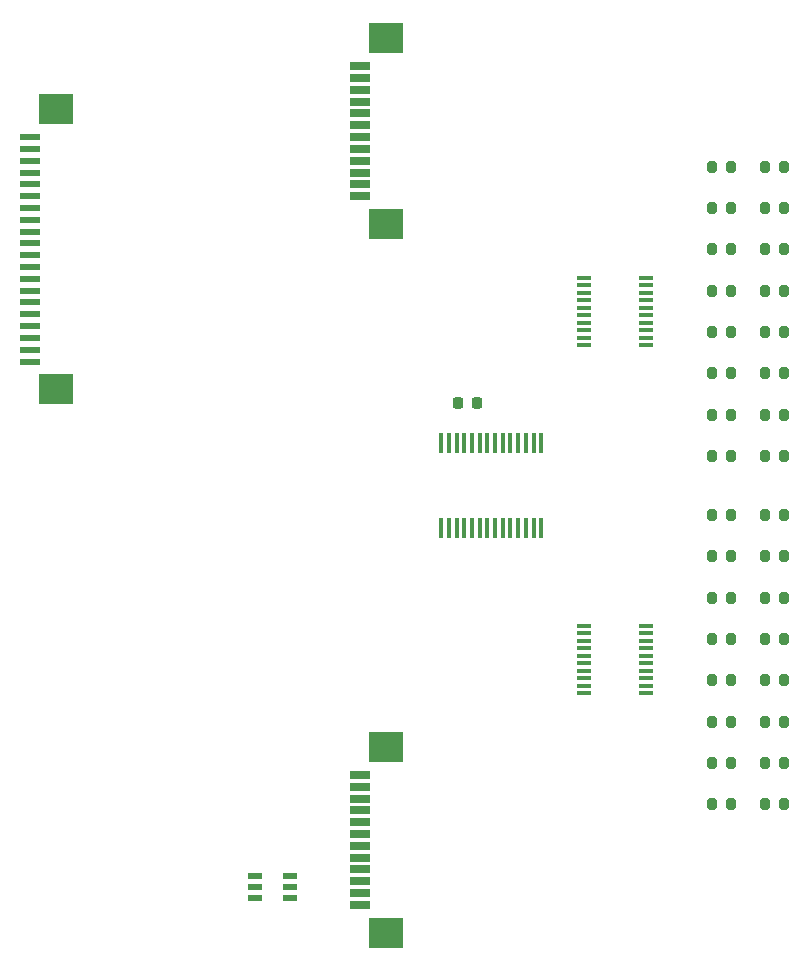
<source format=gbr>
%TF.GenerationSoftware,KiCad,Pcbnew,9.0.6*%
%TF.CreationDate,2025-12-07T15:00:32+03:00*%
%TF.ProjectId,PMCNV-DIx16,504d434e-562d-4444-9978-31362e6b6963,rev?*%
%TF.SameCoordinates,Original*%
%TF.FileFunction,Paste,Top*%
%TF.FilePolarity,Positive*%
%FSLAX46Y46*%
G04 Gerber Fmt 4.6, Leading zero omitted, Abs format (unit mm)*
G04 Created by KiCad (PCBNEW 9.0.6) date 2025-12-07 15:00:32*
%MOMM*%
%LPD*%
G01*
G04 APERTURE LIST*
G04 Aperture macros list*
%AMRoundRect*
0 Rectangle with rounded corners*
0 $1 Rounding radius*
0 $2 $3 $4 $5 $6 $7 $8 $9 X,Y pos of 4 corners*
0 Add a 4 corners polygon primitive as box body*
4,1,4,$2,$3,$4,$5,$6,$7,$8,$9,$2,$3,0*
0 Add four circle primitives for the rounded corners*
1,1,$1+$1,$2,$3*
1,1,$1+$1,$4,$5*
1,1,$1+$1,$6,$7*
1,1,$1+$1,$8,$9*
0 Add four rect primitives between the rounded corners*
20,1,$1+$1,$2,$3,$4,$5,0*
20,1,$1+$1,$4,$5,$6,$7,0*
20,1,$1+$1,$6,$7,$8,$9,0*
20,1,$1+$1,$8,$9,$2,$3,0*%
G04 Aperture macros list end*
%ADD10R,1.800000X0.600000*%
%ADD11R,3.000000X2.600000*%
%ADD12RoundRect,0.200000X-0.200000X-0.275000X0.200000X-0.275000X0.200000X0.275000X-0.200000X0.275000X0*%
%ADD13R,1.181100X0.558800*%
%ADD14R,1.200000X0.400000*%
%ADD15RoundRect,0.225000X0.225000X0.250000X-0.225000X0.250000X-0.225000X-0.250000X0.225000X-0.250000X0*%
%ADD16R,0.431800X1.655601*%
%ADD17R,1.803400X0.635000*%
%ADD18R,2.997200X2.590800*%
G04 APERTURE END LIST*
D10*
%TO.C,JM1*%
X-36546000Y10500000D03*
X-36546000Y11500000D03*
X-36546000Y12500000D03*
X-36546000Y13500000D03*
X-36546000Y14500000D03*
X-36546000Y15500000D03*
X-36546000Y16500000D03*
X-36546000Y17500000D03*
X-36546000Y18500000D03*
X-36546000Y19500000D03*
X-36546000Y20500000D03*
X-36546000Y21500000D03*
X-36546000Y22500000D03*
X-36546000Y23500000D03*
X-36546000Y24500000D03*
X-36546000Y25500000D03*
X-36546000Y26500000D03*
X-36546000Y27500000D03*
X-36546000Y28500000D03*
X-36546000Y29500000D03*
D11*
X-34375000Y8150000D03*
X-34375000Y31850000D03*
%TD*%
D12*
%TO.C,R31*%
X25675000Y-23500000D03*
X27325000Y-23500000D03*
%TD*%
D13*
%TO.C,U4*%
X-17466850Y-33049999D03*
X-17466850Y-34000000D03*
X-17466850Y-34950001D03*
X-14533150Y-34950001D03*
X-14533150Y-34000000D03*
X-14533150Y-33049999D03*
%TD*%
D12*
%TO.C,R16*%
X25675000Y2500000D03*
X27325000Y2500000D03*
%TD*%
%TO.C,R13*%
X21175000Y6000000D03*
X22825000Y6000000D03*
%TD*%
%TO.C,R18*%
X21175000Y-6000000D03*
X22825000Y-6000000D03*
%TD*%
%TO.C,R28*%
X25675000Y-13000000D03*
X27325000Y-13000000D03*
%TD*%
D14*
%TO.C,U5*%
X15600000Y11892500D03*
X15600000Y12527500D03*
X15600000Y13162500D03*
X15600000Y13797500D03*
X15600000Y14432500D03*
X15600000Y15067500D03*
X15600000Y15702500D03*
X15600000Y16337500D03*
X15600000Y16972500D03*
X15600000Y17607500D03*
X10400000Y17607500D03*
X10400000Y16972500D03*
X10400000Y16337500D03*
X10400000Y15702500D03*
X10400000Y15067500D03*
X10400000Y14432500D03*
X10400000Y13797500D03*
X10400000Y13162500D03*
X10400000Y12527500D03*
X10400000Y11892500D03*
%TD*%
D12*
%TO.C,R4*%
X25675000Y23500000D03*
X27325000Y23500000D03*
%TD*%
%TO.C,R24*%
X21175000Y-27000000D03*
X22825000Y-27000000D03*
%TD*%
%TO.C,R23*%
X21175000Y-23500000D03*
X22825000Y-23500000D03*
%TD*%
%TO.C,R11*%
X21175000Y9500000D03*
X22825000Y9500000D03*
%TD*%
%TO.C,R2*%
X25675000Y27000000D03*
X27325000Y27000000D03*
%TD*%
D15*
%TO.C,C1*%
X1275000Y7000000D03*
X-275000Y7000000D03*
%TD*%
D12*
%TO.C,R20*%
X21175000Y-13000000D03*
X22825000Y-13000000D03*
%TD*%
D16*
%TO.C,U1*%
X6745000Y3627801D03*
X6094999Y3627801D03*
X5445000Y3627801D03*
X4794999Y3627801D03*
X4145001Y3627801D03*
X3494999Y3627801D03*
X2845001Y3627801D03*
X2195002Y3627801D03*
X1545001Y3627801D03*
X895002Y3627801D03*
X245001Y3627801D03*
X-404998Y3627801D03*
X-1054999Y3627801D03*
X-1704998Y3627801D03*
X-1705000Y-3627801D03*
X-1054999Y-3627801D03*
X-405000Y-3627801D03*
X245001Y-3627801D03*
X894999Y-3627801D03*
X1545001Y-3627801D03*
X2194999Y-3627801D03*
X2845001Y-3627801D03*
X3494999Y-3627801D03*
X4145001Y-3627801D03*
X4794999Y-3627801D03*
X5445000Y-3627801D03*
X6094999Y-3627801D03*
X6745000Y-3627801D03*
%TD*%
D12*
%TO.C,R5*%
X21175000Y20000000D03*
X22825000Y20000000D03*
%TD*%
D17*
%TO.C,J12*%
X-8556000Y24500008D03*
X-8556000Y25500006D03*
X-8556000Y26500004D03*
X-8556000Y27500002D03*
X-8556000Y28500000D03*
X-8556000Y29500000D03*
X-8556000Y30500000D03*
X-8556000Y31500000D03*
X-8556000Y32499998D03*
X-8556000Y33499996D03*
X-8556000Y34499994D03*
X-8556000Y35499992D03*
D18*
X-6385999Y22149997D03*
X-6385999Y37850003D03*
%TD*%
D12*
%TO.C,R3*%
X21175000Y23500000D03*
X22825000Y23500000D03*
%TD*%
%TO.C,R26*%
X25675000Y-6000000D03*
X27325000Y-6000000D03*
%TD*%
%TO.C,R7*%
X21175000Y16500000D03*
X22825000Y16500000D03*
%TD*%
%TO.C,R17*%
X21175000Y-2500000D03*
X22825000Y-2500000D03*
%TD*%
%TO.C,R32*%
X25675000Y-27000000D03*
X27325000Y-27000000D03*
%TD*%
%TO.C,R8*%
X25675000Y16500000D03*
X27325000Y16500000D03*
%TD*%
%TO.C,R30*%
X25675000Y-20000000D03*
X27325000Y-20000000D03*
%TD*%
%TO.C,R6*%
X25675000Y20000000D03*
X27325000Y20000000D03*
%TD*%
%TO.C,R1*%
X21175000Y27000000D03*
X22825000Y27000000D03*
%TD*%
%TO.C,R22*%
X21175000Y-20000000D03*
X22825000Y-20000000D03*
%TD*%
D17*
%TO.C,J2*%
X-8556000Y-35499992D03*
X-8556000Y-34499994D03*
X-8556000Y-33499996D03*
X-8556000Y-32499998D03*
X-8556000Y-31500000D03*
X-8556000Y-30500000D03*
X-8556000Y-29500000D03*
X-8556000Y-28500000D03*
X-8556000Y-27500002D03*
X-8556000Y-26500004D03*
X-8556000Y-25500006D03*
X-8556000Y-24500008D03*
D18*
X-6385999Y-37850003D03*
X-6385999Y-22149997D03*
%TD*%
D12*
%TO.C,R10*%
X25675000Y13000000D03*
X27325000Y13000000D03*
%TD*%
%TO.C,R14*%
X25675000Y6000000D03*
X27325000Y6000000D03*
%TD*%
D14*
%TO.C,U3*%
X15600000Y-17607500D03*
X15600000Y-16972500D03*
X15600000Y-16337500D03*
X15600000Y-15702500D03*
X15600000Y-15067500D03*
X15600000Y-14432500D03*
X15600000Y-13797500D03*
X15600000Y-13162500D03*
X15600000Y-12527500D03*
X15600000Y-11892500D03*
X10400000Y-11892500D03*
X10400000Y-12527500D03*
X10400000Y-13162500D03*
X10400000Y-13797500D03*
X10400000Y-14432500D03*
X10400000Y-15067500D03*
X10400000Y-15702500D03*
X10400000Y-16337500D03*
X10400000Y-16972500D03*
X10400000Y-17607500D03*
%TD*%
D12*
%TO.C,R12*%
X25675000Y9500000D03*
X27325000Y9500000D03*
%TD*%
%TO.C,R9*%
X21175000Y13000000D03*
X22825000Y13000000D03*
%TD*%
%TO.C,R19*%
X21175000Y-9500000D03*
X22825000Y-9500000D03*
%TD*%
%TO.C,R27*%
X25675000Y-9500000D03*
X27325000Y-9500000D03*
%TD*%
%TO.C,R25*%
X25675000Y-2500000D03*
X27325000Y-2500000D03*
%TD*%
%TO.C,R21*%
X21175000Y-16500000D03*
X22825000Y-16500000D03*
%TD*%
%TO.C,R29*%
X25675000Y-16500000D03*
X27325000Y-16500000D03*
%TD*%
%TO.C,R15*%
X21175000Y2500000D03*
X22825000Y2500000D03*
%TD*%
M02*

</source>
